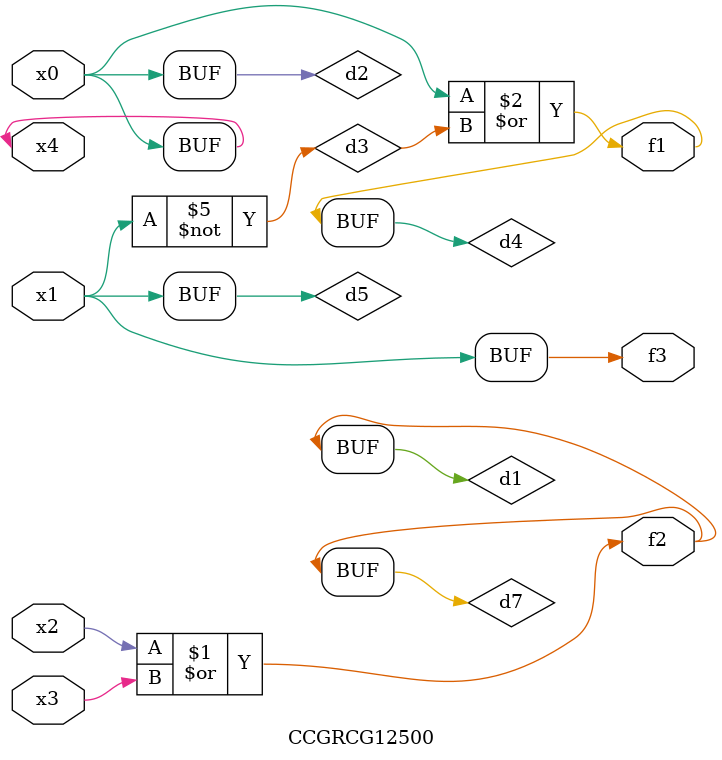
<source format=v>
module CCGRCG12500(
	input x0, x1, x2, x3, x4,
	output f1, f2, f3
);

	wire d1, d2, d3, d4, d5, d6, d7;

	or (d1, x2, x3);
	buf (d2, x0, x4);
	not (d3, x1);
	or (d4, d2, d3);
	not (d5, d3);
	nand (d6, d1, d3);
	or (d7, d1);
	assign f1 = d4;
	assign f2 = d7;
	assign f3 = d5;
endmodule

</source>
